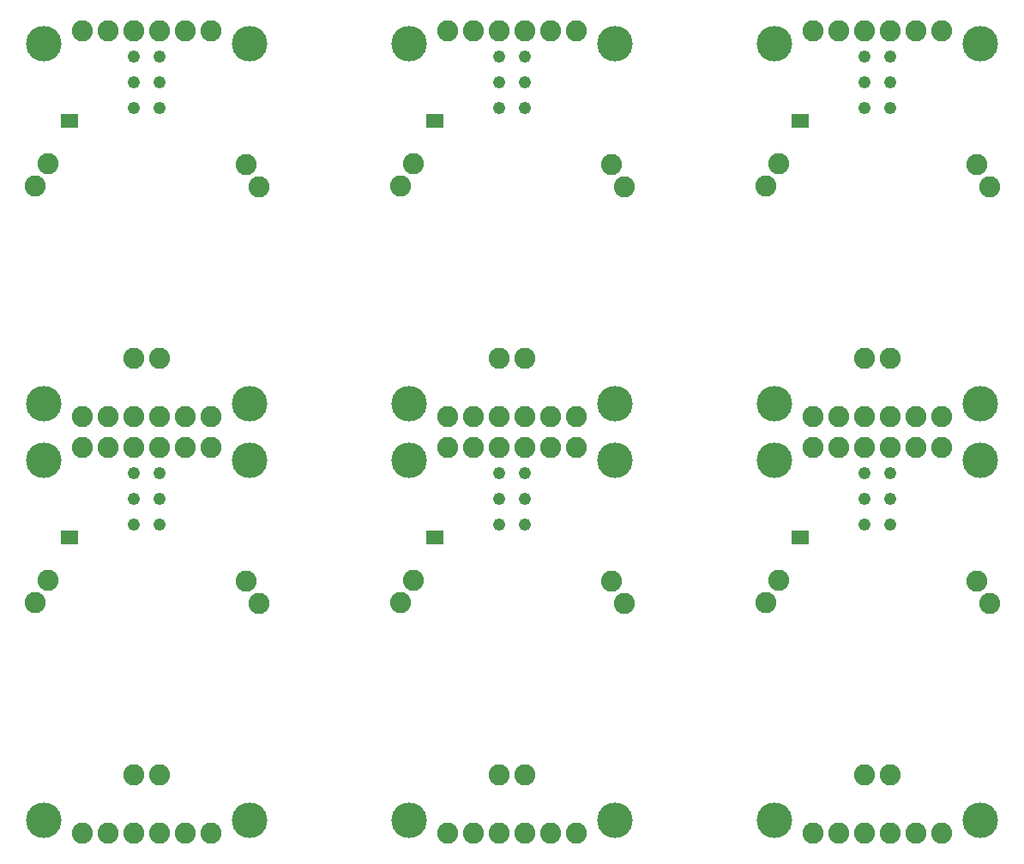
<source format=gbs>
G75*
%MOIN*%
%OFA0B0*%
%FSLAX25Y25*%
%IPPOS*%
%LPD*%
%AMOC8*
5,1,8,0,0,1.08239X$1,22.5*
%
%ADD10C,0.08200*%
%ADD11R,0.03300X0.05800*%
%ADD12C,0.13800*%
%ADD13C,0.04808*%
D10*
X0059500Y0038334D03*
X0069500Y0038334D03*
X0079500Y0038334D03*
X0089500Y0038334D03*
X0099500Y0038334D03*
X0109500Y0038334D03*
X0089500Y0060834D03*
X0079500Y0060834D03*
X0041000Y0128003D03*
X0046000Y0136663D03*
X0059500Y0188333D03*
X0069500Y0188333D03*
X0079500Y0188333D03*
X0089500Y0188333D03*
X0099500Y0188333D03*
X0109500Y0188333D03*
X0109500Y0200334D03*
X0099500Y0200334D03*
X0089500Y0200334D03*
X0079500Y0200334D03*
X0069500Y0200334D03*
X0059500Y0200334D03*
X0079500Y0222834D03*
X0089500Y0222834D03*
X0128000Y0289503D03*
X0123000Y0298163D03*
X0109500Y0350333D03*
X0099500Y0350333D03*
X0089500Y0350333D03*
X0079500Y0350333D03*
X0069500Y0350333D03*
X0059500Y0350333D03*
X0046000Y0298663D03*
X0041000Y0290003D03*
X0183000Y0290003D03*
X0188000Y0298663D03*
X0201500Y0350333D03*
X0211500Y0350333D03*
X0221500Y0350333D03*
X0231500Y0350333D03*
X0241500Y0350333D03*
X0251500Y0350333D03*
X0265000Y0298163D03*
X0270000Y0289503D03*
X0325000Y0290003D03*
X0330000Y0298663D03*
X0343500Y0350333D03*
X0353500Y0350333D03*
X0363500Y0350333D03*
X0373500Y0350333D03*
X0383500Y0350333D03*
X0393500Y0350333D03*
X0407000Y0298163D03*
X0412000Y0289503D03*
X0373500Y0222834D03*
X0363500Y0222834D03*
X0363500Y0200334D03*
X0353500Y0200334D03*
X0343500Y0200334D03*
X0343500Y0188333D03*
X0353500Y0188333D03*
X0363500Y0188333D03*
X0373500Y0188333D03*
X0383500Y0188333D03*
X0393500Y0188333D03*
X0393500Y0200334D03*
X0383500Y0200334D03*
X0373500Y0200334D03*
X0407000Y0136163D03*
X0412000Y0127503D03*
X0373500Y0060834D03*
X0363500Y0060834D03*
X0363500Y0038334D03*
X0353500Y0038334D03*
X0343500Y0038334D03*
X0373500Y0038334D03*
X0383500Y0038334D03*
X0393500Y0038334D03*
X0325000Y0128003D03*
X0330000Y0136663D03*
X0270000Y0127503D03*
X0265000Y0136163D03*
X0251500Y0188333D03*
X0241500Y0188333D03*
X0231500Y0188333D03*
X0221500Y0188333D03*
X0211500Y0188333D03*
X0201500Y0188333D03*
X0201500Y0200334D03*
X0211500Y0200334D03*
X0221500Y0200334D03*
X0231500Y0200334D03*
X0241500Y0200334D03*
X0251500Y0200334D03*
X0231500Y0222834D03*
X0221500Y0222834D03*
X0188000Y0136663D03*
X0183000Y0128003D03*
X0128000Y0127503D03*
X0123000Y0136163D03*
X0221500Y0060834D03*
X0231500Y0060834D03*
X0231500Y0038334D03*
X0241500Y0038334D03*
X0251500Y0038334D03*
X0221500Y0038334D03*
X0211500Y0038334D03*
X0201500Y0038334D03*
D11*
X0198100Y0153333D03*
X0194900Y0153333D03*
X0056100Y0153333D03*
X0052900Y0153333D03*
X0052900Y0315333D03*
X0056100Y0315333D03*
X0194900Y0315333D03*
X0198100Y0315333D03*
X0336900Y0315333D03*
X0340100Y0315333D03*
X0340100Y0153333D03*
X0336900Y0153333D03*
D12*
X0044500Y0043333D03*
X0124500Y0043333D03*
X0186500Y0043333D03*
X0266500Y0043333D03*
X0328500Y0043333D03*
X0408500Y0043333D03*
X0408500Y0183333D03*
X0408500Y0205333D03*
X0328500Y0205333D03*
X0328500Y0183333D03*
X0266500Y0183333D03*
X0266500Y0205333D03*
X0186500Y0205333D03*
X0186500Y0183333D03*
X0124500Y0183333D03*
X0124500Y0205333D03*
X0044500Y0205333D03*
X0044500Y0183333D03*
X0044500Y0345333D03*
X0124500Y0345333D03*
X0186500Y0345333D03*
X0266500Y0345333D03*
X0328500Y0345333D03*
X0408500Y0345333D03*
D13*
X0373500Y0340333D03*
X0373500Y0330333D03*
X0373500Y0320333D03*
X0363500Y0320333D03*
X0363500Y0330333D03*
X0363500Y0340333D03*
X0231500Y0340333D03*
X0231500Y0330333D03*
X0231500Y0320333D03*
X0221500Y0320333D03*
X0221500Y0330333D03*
X0221500Y0340333D03*
X0089500Y0340333D03*
X0089500Y0330333D03*
X0089500Y0320333D03*
X0079500Y0320333D03*
X0079500Y0330333D03*
X0079500Y0340333D03*
X0079500Y0178333D03*
X0079500Y0168333D03*
X0079500Y0158333D03*
X0089500Y0158333D03*
X0089500Y0168333D03*
X0089500Y0178333D03*
X0221500Y0178333D03*
X0221500Y0168333D03*
X0221500Y0158333D03*
X0231500Y0158333D03*
X0231500Y0168333D03*
X0231500Y0178333D03*
X0363500Y0178333D03*
X0363500Y0168333D03*
X0363500Y0158333D03*
X0373500Y0158333D03*
X0373500Y0168333D03*
X0373500Y0178333D03*
M02*

</source>
